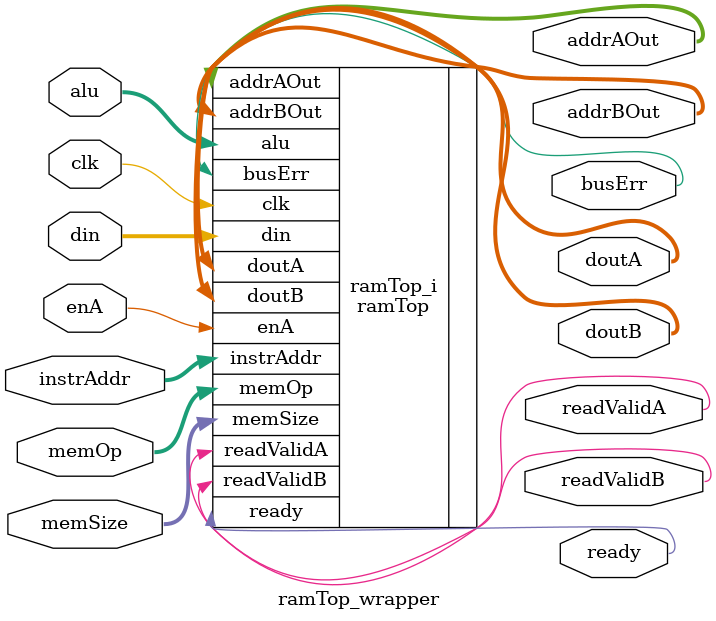
<source format=v>
`timescale 1 ps / 1 ps

module ramTop_wrapper
   (addrAOut,
    addrBOut,
    alu,
    busErr,
    clk,
    din,
    doutA,
    doutB,
    enA,
    instrAddr,
    memOp,
    memSize,
    readValidA,
    readValidB,
    ready);
  output [31:0]addrAOut;
  output [31:0]addrBOut;
  input [31:0]alu;
  output busErr;
  input clk;
  input [31:0]din;
  output [31:0]doutA;
  output [31:0]doutB;
  input enA;
  input [31:0]instrAddr;
  input [1:0]memOp;
  input [1:0]memSize;
  output readValidA;
  output readValidB;
  output ready;

  wire [31:0]addrAOut;
  wire [31:0]addrBOut;
  wire [31:0]alu;
  wire busErr;
  wire clk;
  wire [31:0]din;
  wire [31:0]doutA;
  wire [31:0]doutB;
  wire enA;
  wire [31:0]instrAddr;
  wire [1:0]memOp;
  wire [1:0]memSize;
  wire readValidA;
  wire readValidB;
  wire ready;

  ramTop ramTop_i
       (.addrAOut(addrAOut),
        .addrBOut(addrBOut),
        .alu(alu),
        .busErr(busErr),
        .clk(clk),
        .din(din),
        .doutA(doutA),
        .doutB(doutB),
        .enA(enA),
        .instrAddr(instrAddr),
        .memOp(memOp),
        .memSize(memSize),
        .readValidA(readValidA),
        .readValidB(readValidB),
        .ready(ready));
endmodule

</source>
